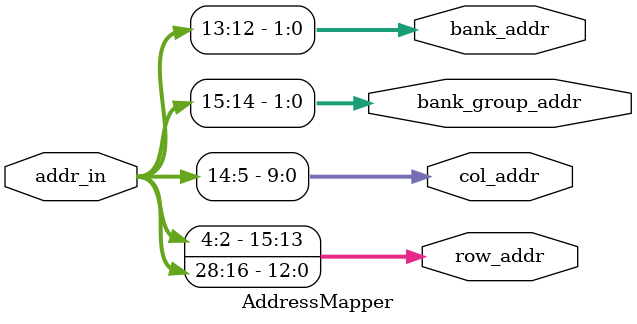
<source format=v>
/* Machine-generated using Migen */
module AddressMapper(
	input [31:0] addr_in,
	output [15:0] row_addr,
	output [9:0] col_addr,
	output [1:0] bank_group_addr,
	output [1:0] bank_addr
);


// synthesis translate_off
reg dummy_s;
initial dummy_s <= 1'd0;
// synthesis translate_on

assign row_addr = {addr_in[4:2], addr_in[28:16]};
assign col_addr = addr_in[14:5];
assign bank_addr = addr_in[13:12];
assign bank_group_addr = addr_in[15:14];

endmodule

</source>
